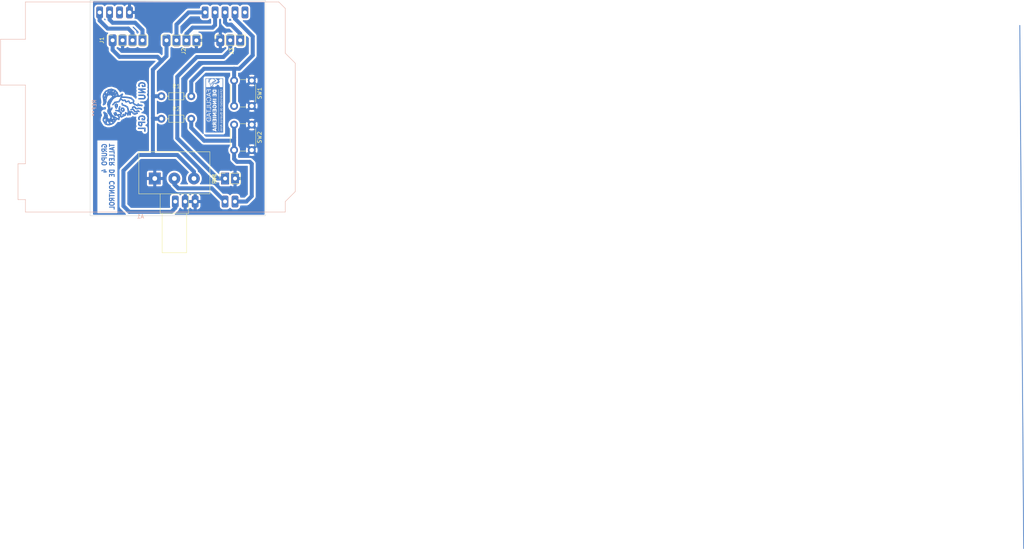
<source format=kicad_pcb>
(kicad_pcb (version 20221018) (generator pcbnew)
  (layers (0 "F.Cu" signal) (31 "B.Cu" signal) (34 "B.Paste" user) (35 "F.Paste" user) (36 "B.SilkS" user "B.Silkscreen") (37 "F.SilkS" user "F.Silkscreen") (38 "B.Mask" user) (39 "F.Mask" user) (44 "Edge.Cuts" user))
  (net 0 "")
  (net 1 "+5V")
  (net 2 "GND")
  (net 3 "POT")
  (net 4 "PWM")
  (net 5 "ECHO")
  (net 6 "TRIG")
  (net 7 "SDA")
  (net 8 "SCL")
  (net 10 "/5v_ext")
  (net 11 "BTN1")
  (net 12 "BTN2")
  (footprint "ComponentesPadGrandes:Resistencia THT" (layer "F.Cu") (at 62.975 51.375)
    (fp_text reference "R2")
    (fp_text value "4K7")
  )
  (footprint "Logos:Logo_fiuba" (layer "F.Cu") (at 72.675 48.175 90)
    (fp_text reference "G***" hide)
    (fp_text value "LOGO" hide)
  )
  (footprint "Connector_PinSocket_2.54mm:PinSocket_1x04_P2.54mm_Vertical" (layer "F.Cu") (at 46.725 31.35 90)
    (fp_text reference "J1")
    (fp_text value "IMU")
  )
  (footprint "Connector_PinSocket_2.54mm:PinSocket_1x03_P2.54mm_Vertical" (layer "F.Cu") (at 74.2 31.35 90)
    (fp_text reference "J3")
    (fp_text value "motor")
  )
  (footprint "Button_Switch_THT:SW_PUSH_6mm_H5mm" (layer "F.Cu") (at 82.225 52.875 -90)
    (fp_text reference "SW2")
    (fp_text value "SW_Push")
  )
  (footprint "Connector_PinSocket_2.54mm:PinSocket_1x02_P2.54mm_Vertical" (layer "F.Cu") (at 75.425 66.625 90)
    (fp_text reference "J4")
    (fp_text value "Alimentacion")
  )
  (footprint "Button_Switch_THT:SW_PUSH_6mm_H5mm" (layer "F.Cu") (at 82.225 41.625 -90)
    (fp_text reference "SW1")
    (fp_text value "SW_Push")
  )
  (footprint "Potentiometer_THT:Potentiometer_Alps_RK163_Single_Horizontal" (layer "F.Cu") (at 57.475 66.625 90)
    (fp_text reference "RV1")
    (fp_text value "R_Potentiometer")
  )
  (footprint "ComponentesPadGrandes:Resistencia THT" (layer "F.Cu") (at 62.975 45.625)
    (fp_text reference "R1")
    (fp_text value "4K7")
  )
  (footprint "Connector_PinSocket_2.54mm:PinSocket_1x04_P2.54mm_Vertical" (layer "F.Cu") (at 60.475 31.375 90)
    (fp_text reference "J2")
    (fp_text value "HC05")
  )
  (footprint "Symbol:Symbol_GNU-Logo_CopperTop" (layer "B.Cu") (at 48.09893 48.62519 -90)
    (fp_text reference "REF**")
    (fp_text value "Symbol_GNU-Logo_CopperTop")
  )
  (footprint "Module:Arduino_UNO_R3" (layer "B.Cu") (at 52.55 72.505)
    (fp_text reference "A1")
    (fp_text value "Arduino_UNO_R3")
  )
  (gr_line (start 278.2 27.55) (end 279.2 161.05) (stroke (width 0.2)) (layer "B.Cu"))
  (gr_rect (start 40.975 21.125) (end 85.725 76.125) (stroke (width 0.1)) (fill none) (layer "Edge.Cuts"))
  (gr_text "GRUPO 4 \nTALLER DE CONTROL" (at 47.275 57.575 90) (layer "B.Cu") (effects (font (size 1.2 1.1) (thickness 0.25) bold) (justify left bottom mirror)))
  (segment (start 61.475 60.625) (end 53.475 60.625) (width 1.016) (layer "B.Cu") (net 1))
  (segment (start 53.475 60.625) (end 49.475 64.625) (width 1.016) (layer "B.Cu") (net 1))
  (segment (start 59.165 51.375) (end 57.175 51.375) (width 1.016) (layer "B.Cu") (net 1))
  (segment (start 59.225 36.625) (end 57 38.85) (width 1.016) (layer "B.Cu") (net 1))
  (segment (start 57 60.625) (end 61.475 60.625) (width 1.016) (layer "B.Cu") (net 1))
  (segment (start 59.165 45.625) (end 57.025 45.625) (width 1.016) (layer "B.Cu") (net 1))
  (segment (start 67.475 64.875) (end 63.225 60.625) (width 1.016) (layer "B.Cu") (net 1))
  (segment (start 57 51.2) (end 57 60.625) (width 1.016) (layer "B.Cu") (net 1))
  (segment (start 57.025 45.625) (end 57 45.6) (width 1.016) (layer "B.Cu") (net 1))
  (segment (start 60.475 31.375) (end 60.475 35.375) (width 1.016) (layer "B.Cu") (net 1))
  (segment (start 49.475 64.625) (end 49.475 73.625) (width 1.016) (layer "B.Cu") (net 1))
  (segment (start 57.175 51.375) (end 57 51.2) (width 1.016) (layer "B.Cu") (net 1))
  (segment (start 60.475 35.375) (end 59.225 36.625) (width 1.016) (layer "B.Cu") (net 1))
  (segment (start 59.225 36.625) (end 58.175 35.575) (width 1.016) (layer "B.Cu") (net 1))
  (segment (start 62.725 72.49) (end 62.71 72.505) (width 1.016) (layer "B.Cu") (net 1))
  (segment (start 63.225 60.625) (end 61.475 60.625) (width 1.016) (layer "B.Cu") (net 1))
  (segment (start 61.725 75.125) (end 62.71 74.14) (width 1.016) (layer "B.Cu") (net 1))
  (segment (start 49.475 73.625) (end 50.975 75.125) (width 1.016) (layer "B.Cu") (net 1))
  (segment (start 46.725 33.825) (end 46.725 30.875) (width 1.016) (layer "B.Cu") (net 1))
  (segment (start 57 45.6) (end 57 51.2) (width 1.016) (layer "B.Cu") (net 1))
  (segment (start 67.475 67.125) (end 67.475 64.875) (width 1.016) (layer "B.Cu") (net 1))
  (segment (start 57 38.85) (end 57 45.6) (width 1.016) (layer "B.Cu") (net 1))
  (segment (start 62.71 74.14) (end 62.71 72.505) (width 1.016) (layer "B.Cu") (net 1))
  (segment (start 50.975 75.125) (end 61.725 75.125) (width 1.016) (layer "B.Cu") (net 1))
  (segment (start 58.175 35.575) (end 48.475 35.575) (width 1.016) (layer "B.Cu") (net 1))
  (segment (start 48.475 35.575) (end 46.725 33.825) (width 1.016) (layer "B.Cu") (net 1))
  (segment (start 63.475 69.125) (end 72.03 69.125) (width 1.016) (layer "B.Cu") (net 3))
  (segment (start 72.03 69.125) (end 75.41 72.505) (width 1.016) (layer "B.Cu") (net 3))
  (segment (start 62.475 68.125) (end 63.475 69.125) (width 1.016) (layer "B.Cu") (net 3))
  (segment (start 62.475 66.625) (end 62.475 68.125) (width 1.016) (layer "B.Cu") (net 3))
  (segment (start 79.28 30.85) (end 79.28 29.68) (width 1.016) (layer "B.Cu") (net 4))
  (segment (start 75.975 27.375) (end 75.41 26.81) (width 1.016) (layer "B.Cu") (net 4))
  (segment (start 79.28 29.68) (end 76.975 27.375) (width 1.016) (layer "B.Cu") (net 4))
  (segment (start 76.975 27.375) (end 75.975 27.375) (width 1.016) (layer "B.Cu") (net 4))
  (segment (start 75.41 26.81) (end 75.41 24.245) (width 1.016) (layer "B.Cu") (net 4))
  (segment (start 72.225 28.125) (end 67.125 28.125) (width 1.016) (layer "B.Cu") (net 5))
  (segment (start 72.87 24.245) (end 72.87 27.48) (width 1.016) (layer "B.Cu") (net 5))
  (segment (start 67.125 28.125) (end 65.555 29.695) (width 1.016) (layer "B.Cu") (net 5))
  (segment (start 72.87 27.48) (end 72.225 28.125) (width 1.016) (layer "B.Cu") (net 5))
  (segment (start 65.555 29.695) (end 65.555 31.375) (width 1.016) (layer "B.Cu") (net 5))
  (segment (start 66.105 24.245) (end 70.33 24.245) (width 1.016) (layer "B.Cu") (net 6))
  (segment (start 63.015 31.375) (end 63.015 27.335) (width 1.016) (layer "B.Cu") (net 6))
  (segment (start 63.015 27.335) (end 66.105 24.245) (width 1.016) (layer "B.Cu") (net 6))
  (segment (start 54.345 31.35) (end 54.345 28.745) (width 1.016) (layer "B.Cu") (net 7))
  (segment (start 52.475 26.875) (end 46.725 26.875) (width 1.016) (layer "B.Cu") (net 7))
  (segment (start 54.345 28.745) (end 52.475 26.875) (width 1.016) (layer "B.Cu") (net 7))
  (segment (start 45.95 26.1) (end 45.95 24.245) (width 1.016) (layer "B.Cu") (net 7))
  (segment (start 46.725 26.875) (end 45.95 26.1) (width 1.016) (layer "B.Cu") (net 7))
  (segment (start 43.225 24.43) (end 43.41 24.245) (width 1.016) (layer "B.Cu") (net 8))
  (segment (start 43.41 26.31) (end 43.41 24.245) (width 1.016) (layer "B.Cu") (net 8))
  (segment (start 50.725 28.375) (end 45.475 28.375) (width 1.016) (layer "B.Cu") (net 8))
  (segment (start 45.475 28.375) (end 43.41 26.31) (width 1.016) (layer "B.Cu") (net 8))
  (segment (start 51.805 29.455) (end 50.725 28.375) (width 1.016) (layer "B.Cu") (net 8))
  (segment (start 51.805 31.35) (end 51.805 29.455) (width 1.016) (layer "B.Cu") (net 8))
  (segment (start 76.74 33.86) (end 76.74 30.85) (width 1.016) (layer "B.Cu") (net 10))
  (segment (start 75.475 66.625) (end 73.525 66.625) (width 1.016) (layer "B.Cu") (net 10))
  (segment (start 63.225 56.325) (end 63.225 40.625) (width 1.016) (layer "B.Cu") (net 10))
  (segment (start 68.225 35.625) (end 74.975 35.625) (width 1.016) (layer "B.Cu") (net 10))
  (segment (start 73.525 66.625) (end 63.225 56.325) (width 1.016) (layer "B.Cu") (net 10))
  (segment (start 63.225 40.625) (end 68.225 35.625) (width 1.016) (layer "B.Cu") (net 10))
  (segment (start 74.975 35.625) (end 76.74 33.86) (width 1.016) (layer "B.Cu") (net 10))
  (segment (start 77.725 38.625) (end 79.035 38.625) (width 1.016) (layer "B.Cu") (net 11))
  (segment (start 77.95 25.85) (end 77.95 24.245) (width 1.016) (layer "B.Cu") (net 11))
  (segment (start 66.785 45.625) (end 66.785 41.865) (width 1.016) (layer "B.Cu") (net 11))
  (segment (start 77.725 41.625) (end 77.725 38.625) (width 1.016) (layer "B.Cu") (net 11))
  (segment (start 66.785 41.865) (end 70.025 38.625) (width 1.016) (layer "B.Cu") (net 11))
  (segment (start 70.025 38.625) (end 77.725 38.625) (width 1.016) (layer "B.Cu") (net 11))
  (segment (start 79.035 38.625) (end 82.475 35.185) (width 1.016) (layer "B.Cu") (net 11))
  (segment (start 82.475 35.185) (end 82.475 30.375) (width 1.016) (layer "B.Cu") (net 11))
  (segment (start 82.475 30.375) (end 77.95 25.85) (width 1.016) (layer "B.Cu") (net 11))
  (segment (start 77.725 48.125) (end 77.725 41.625) (width 1.016) (layer "B.Cu") (net 11))
  (segment (start 78.475 62.375) (end 77.725 61.625) (width 1.016) (layer "B.Cu") (net 12))
  (segment (start 66.785 51.375) (end 66.785 53.685) (width 1.016) (layer "B.Cu") (net 12))
  (segment (start 66.785 53.685) (end 70.075 56.975) (width 1.016) (layer "B.Cu") (net 12))
  (segment (start 77.725 61.625) (end 77.725 59.375) (width 1.016) (layer "B.Cu") (net 12))
  (segment (start 77.725 56.125) (end 77.725 59.375) (width 1.016) (layer "B.Cu") (net 12))
  (segment (start 80.845 72.505) (end 82.225 71.125) (width 1.016) (layer "B.Cu") (net 12))
  (segment (start 77.95 72.505) (end 80.845 72.505) (width 1.016) (layer "B.Cu") (net 12))
  (segment (start 81.725 62.375) (end 78.475 62.375) (width 1.016) (layer "B.Cu") (net 12))
  (segment (start 77.725 52.875) (end 77.725 56.125) (width 1.016) (layer "B.Cu") (net 12))
  (segment (start 82.225 62.875) (end 81.725 62.375) (width 1.016) (layer "B.Cu") (net 12))
  (segment (start 70.075 56.975) (end 77.725 56.975) (width 1.016) (layer "B.Cu") (net 12))
  (segment (start 82.225 71.125) (end 82.225 62.875) (width 1.016) (layer "B.Cu") (net 12))
  (zone (net 2) (net_name "GND") (layer "B.Cu") (connect_pads (clearance 0.5)) (min_thickness 0.25) (fill yes (thermal_gap 0.5) (thermal_bridge_width 0.8) (island_removal_mode 1) (island_area_min 10))
    (polygon (pts (xy 85.475 21.575) (xy 85.475 75.875) (xy 41.725 75.875) (xy 41.725 21.375)))
  )
)
</source>
